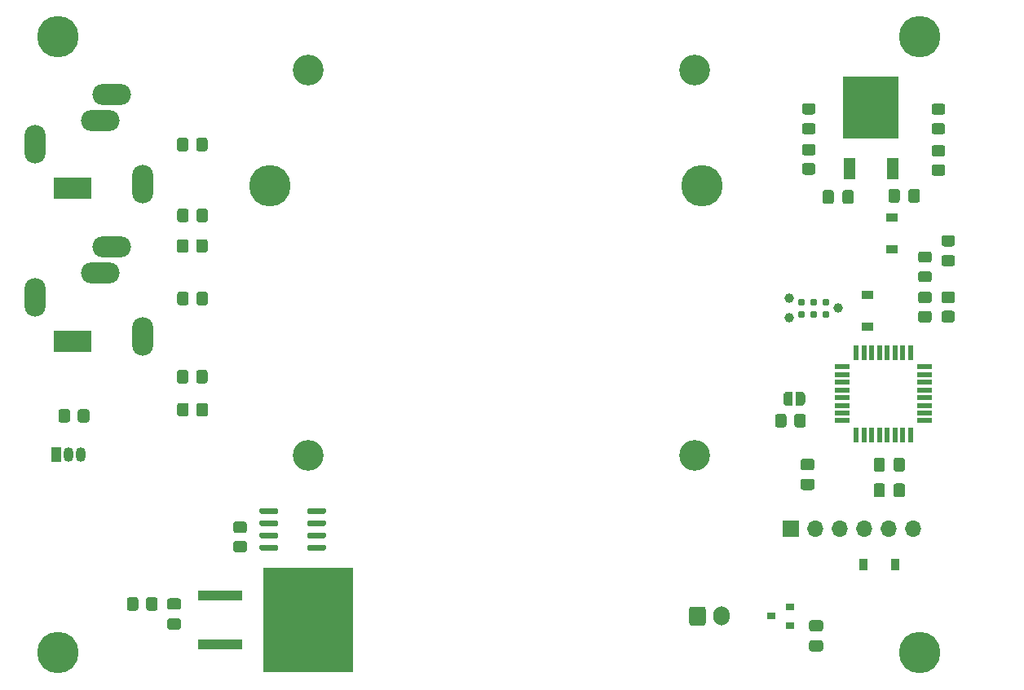
<source format=gbr>
%TF.GenerationSoftware,KiCad,Pcbnew,5.1.12-84ad8e8a86~92~ubuntu20.04.1*%
%TF.CreationDate,2021-11-15T21:49:07+01:00*%
%TF.ProjectId,incubator_bottom,696e6375-6261-4746-9f72-5f626f74746f,rev?*%
%TF.SameCoordinates,Original*%
%TF.FileFunction,Soldermask,Top*%
%TF.FilePolarity,Negative*%
%FSLAX46Y46*%
G04 Gerber Fmt 4.6, Leading zero omitted, Abs format (unit mm)*
G04 Created by KiCad (PCBNEW 5.1.12-84ad8e8a86~92~ubuntu20.04.1) date 2021-11-15 21:49:07*
%MOMM*%
%LPD*%
G01*
G04 APERTURE LIST*
%ADD10C,4.300000*%
%ADD11R,5.800000X6.400000*%
%ADD12R,1.200000X2.200000*%
%ADD13R,1.200000X0.900000*%
%ADD14C,3.200000*%
%ADD15O,1.700000X1.700000*%
%ADD16R,1.700000X1.700000*%
%ADD17R,0.900000X1.200000*%
%ADD18C,0.990600*%
%ADD19C,0.787400*%
%ADD20R,4.000000X2.200000*%
%ADD21O,2.200000X4.000000*%
%ADD22O,4.000000X2.200000*%
%ADD23C,0.100000*%
%ADD24R,0.900000X0.800000*%
%ADD25O,1.050000X1.500000*%
%ADD26R,1.050000X1.500000*%
%ADD27R,0.550000X1.600000*%
%ADD28R,1.600000X0.550000*%
%ADD29O,1.700000X2.000000*%
%ADD30R,4.600000X1.100000*%
%ADD31R,9.400000X10.800000*%
G04 APERTURE END LIST*
D10*
%TO.C,H4*%
X94742000Y5080000D03*
%TD*%
%TO.C,H3*%
X94742000Y69088000D03*
%TD*%
%TO.C,H2*%
X5207000Y5080000D03*
%TD*%
%TO.C,H1*%
X5207000Y69088000D03*
%TD*%
%TO.C,R2*%
G36*
G01*
X97097001Y56661000D02*
X96196999Y56661000D01*
G75*
G02*
X95947000Y56910999I0J249999D01*
G01*
X95947000Y57611001D01*
G75*
G02*
X96196999Y57861000I249999J0D01*
G01*
X97097001Y57861000D01*
G75*
G02*
X97347000Y57611001I0J-249999D01*
G01*
X97347000Y56910999D01*
G75*
G02*
X97097001Y56661000I-249999J0D01*
G01*
G37*
G36*
G01*
X97097001Y54661000D02*
X96196999Y54661000D01*
G75*
G02*
X95947000Y54910999I0J249999D01*
G01*
X95947000Y55611001D01*
G75*
G02*
X96196999Y55861000I249999J0D01*
G01*
X97097001Y55861000D01*
G75*
G02*
X97347000Y55611001I0J-249999D01*
G01*
X97347000Y54910999D01*
G75*
G02*
X97097001Y54661000I-249999J0D01*
G01*
G37*
%TD*%
%TO.C,R1*%
G36*
G01*
X83635001Y56772000D02*
X82734999Y56772000D01*
G75*
G02*
X82485000Y57021999I0J249999D01*
G01*
X82485000Y57722001D01*
G75*
G02*
X82734999Y57972000I249999J0D01*
G01*
X83635001Y57972000D01*
G75*
G02*
X83885000Y57722001I0J-249999D01*
G01*
X83885000Y57021999D01*
G75*
G02*
X83635001Y56772000I-249999J0D01*
G01*
G37*
G36*
G01*
X83635001Y54772000D02*
X82734999Y54772000D01*
G75*
G02*
X82485000Y55021999I0J249999D01*
G01*
X82485000Y55722001D01*
G75*
G02*
X82734999Y55972000I249999J0D01*
G01*
X83635001Y55972000D01*
G75*
G02*
X83885000Y55722001I0J-249999D01*
G01*
X83885000Y55021999D01*
G75*
G02*
X83635001Y54772000I-249999J0D01*
G01*
G37*
%TD*%
%TO.C,D5*%
G36*
G01*
X96196999Y60120000D02*
X97097001Y60120000D01*
G75*
G02*
X97347000Y59870001I0J-249999D01*
G01*
X97347000Y59219999D01*
G75*
G02*
X97097001Y58970000I-249999J0D01*
G01*
X96196999Y58970000D01*
G75*
G02*
X95947000Y59219999I0J249999D01*
G01*
X95947000Y59870001D01*
G75*
G02*
X96196999Y60120000I249999J0D01*
G01*
G37*
G36*
G01*
X96196999Y62170000D02*
X97097001Y62170000D01*
G75*
G02*
X97347000Y61920001I0J-249999D01*
G01*
X97347000Y61269999D01*
G75*
G02*
X97097001Y61020000I-249999J0D01*
G01*
X96196999Y61020000D01*
G75*
G02*
X95947000Y61269999I0J249999D01*
G01*
X95947000Y61920001D01*
G75*
G02*
X96196999Y62170000I249999J0D01*
G01*
G37*
%TD*%
%TO.C,D4*%
G36*
G01*
X82734999Y60138000D02*
X83635001Y60138000D01*
G75*
G02*
X83885000Y59888001I0J-249999D01*
G01*
X83885000Y59237999D01*
G75*
G02*
X83635001Y58988000I-249999J0D01*
G01*
X82734999Y58988000D01*
G75*
G02*
X82485000Y59237999I0J249999D01*
G01*
X82485000Y59888001D01*
G75*
G02*
X82734999Y60138000I249999J0D01*
G01*
G37*
G36*
G01*
X82734999Y62188000D02*
X83635001Y62188000D01*
G75*
G02*
X83885000Y61938001I0J-249999D01*
G01*
X83885000Y61287999D01*
G75*
G02*
X83635001Y61038000I-249999J0D01*
G01*
X82734999Y61038000D01*
G75*
G02*
X82485000Y61287999I0J249999D01*
G01*
X82485000Y61938001D01*
G75*
G02*
X82734999Y62188000I249999J0D01*
G01*
G37*
%TD*%
%TO.C,R7*%
X72057000Y53653000D03*
X27257000Y53653000D03*
%TD*%
%TO.C,C7*%
G36*
G01*
X93541000Y52103000D02*
X93541000Y53053000D01*
G75*
G02*
X93791000Y53303000I250000J0D01*
G01*
X94466000Y53303000D01*
G75*
G02*
X94716000Y53053000I0J-250000D01*
G01*
X94716000Y52103000D01*
G75*
G02*
X94466000Y51853000I-250000J0D01*
G01*
X93791000Y51853000D01*
G75*
G02*
X93541000Y52103000I0J250000D01*
G01*
G37*
G36*
G01*
X91466000Y52103000D02*
X91466000Y53053000D01*
G75*
G02*
X91716000Y53303000I250000J0D01*
G01*
X92391000Y53303000D01*
G75*
G02*
X92641000Y53053000I0J-250000D01*
G01*
X92641000Y52103000D01*
G75*
G02*
X92391000Y51853000I-250000J0D01*
G01*
X91716000Y51853000D01*
G75*
G02*
X91466000Y52103000I0J250000D01*
G01*
G37*
%TD*%
%TO.C,C6*%
G36*
G01*
X85783000Y52926000D02*
X85783000Y51976000D01*
G75*
G02*
X85533000Y51726000I-250000J0D01*
G01*
X84858000Y51726000D01*
G75*
G02*
X84608000Y51976000I0J250000D01*
G01*
X84608000Y52926000D01*
G75*
G02*
X84858000Y53176000I250000J0D01*
G01*
X85533000Y53176000D01*
G75*
G02*
X85783000Y52926000I0J-250000D01*
G01*
G37*
G36*
G01*
X87858000Y52926000D02*
X87858000Y51976000D01*
G75*
G02*
X87608000Y51726000I-250000J0D01*
G01*
X86933000Y51726000D01*
G75*
G02*
X86683000Y51976000I0J250000D01*
G01*
X86683000Y52926000D01*
G75*
G02*
X86933000Y53176000I250000J0D01*
G01*
X87608000Y53176000D01*
G75*
G02*
X87858000Y52926000I0J-250000D01*
G01*
G37*
%TD*%
D11*
%TO.C,U5*%
X89661000Y61746000D03*
D12*
X91941000Y55446000D03*
X87381000Y55446000D03*
%TD*%
D13*
%TO.C,D3*%
X91821000Y50291000D03*
X91821000Y46991000D03*
%TD*%
D14*
%TO.C,H8*%
X71298000Y25603000D03*
%TD*%
%TO.C,H7*%
X71298000Y65659000D03*
%TD*%
%TO.C,H6*%
X31242000Y25603000D03*
%TD*%
%TO.C,H5*%
X31242000Y65659000D03*
%TD*%
D15*
%TO.C,J8*%
X94038000Y17968000D03*
X91498000Y17968000D03*
X88958000Y17968000D03*
X86418000Y17968000D03*
X83878000Y17968000D03*
D16*
X81338000Y17968000D03*
%TD*%
D17*
%TO.C,D2*%
X88901000Y14224000D03*
X92201000Y14224000D03*
%TD*%
%TO.C,C5*%
G36*
G01*
X82583000Y23172000D02*
X83533000Y23172000D01*
G75*
G02*
X83783000Y22922000I0J-250000D01*
G01*
X83783000Y22247000D01*
G75*
G02*
X83533000Y21997000I-250000J0D01*
G01*
X82583000Y21997000D01*
G75*
G02*
X82333000Y22247000I0J250000D01*
G01*
X82333000Y22922000D01*
G75*
G02*
X82583000Y23172000I250000J0D01*
G01*
G37*
G36*
G01*
X82583000Y25247000D02*
X83533000Y25247000D01*
G75*
G02*
X83783000Y24997000I0J-250000D01*
G01*
X83783000Y24322000D01*
G75*
G02*
X83533000Y24072000I-250000J0D01*
G01*
X82583000Y24072000D01*
G75*
G02*
X82333000Y24322000I0J250000D01*
G01*
X82333000Y24997000D01*
G75*
G02*
X82583000Y25247000I250000J0D01*
G01*
G37*
%TD*%
%TO.C,C3*%
G36*
G01*
X83472000Y6408000D02*
X84422000Y6408000D01*
G75*
G02*
X84672000Y6158000I0J-250000D01*
G01*
X84672000Y5483000D01*
G75*
G02*
X84422000Y5233000I-250000J0D01*
G01*
X83472000Y5233000D01*
G75*
G02*
X83222000Y5483000I0J250000D01*
G01*
X83222000Y6158000D01*
G75*
G02*
X83472000Y6408000I250000J0D01*
G01*
G37*
G36*
G01*
X83472000Y8483000D02*
X84422000Y8483000D01*
G75*
G02*
X84672000Y8233000I0J-250000D01*
G01*
X84672000Y7558000D01*
G75*
G02*
X84422000Y7308000I-250000J0D01*
G01*
X83472000Y7308000D01*
G75*
G02*
X83222000Y7558000I0J250000D01*
G01*
X83222000Y8233000D01*
G75*
G02*
X83472000Y8483000I250000J0D01*
G01*
G37*
%TD*%
%TO.C,C1*%
G36*
G01*
X91095500Y22446000D02*
X91095500Y21496000D01*
G75*
G02*
X90845500Y21246000I-250000J0D01*
G01*
X90170500Y21246000D01*
G75*
G02*
X89920500Y21496000I0J250000D01*
G01*
X89920500Y22446000D01*
G75*
G02*
X90170500Y22696000I250000J0D01*
G01*
X90845500Y22696000D01*
G75*
G02*
X91095500Y22446000I0J-250000D01*
G01*
G37*
G36*
G01*
X93170500Y22446000D02*
X93170500Y21496000D01*
G75*
G02*
X92920500Y21246000I-250000J0D01*
G01*
X92245500Y21246000D01*
G75*
G02*
X91995500Y21496000I0J250000D01*
G01*
X91995500Y22446000D01*
G75*
G02*
X92245500Y22696000I250000J0D01*
G01*
X92920500Y22696000D01*
G75*
G02*
X93170500Y22446000I0J-250000D01*
G01*
G37*
%TD*%
%TO.C,C2*%
G36*
G01*
X93170500Y25113000D02*
X93170500Y24163000D01*
G75*
G02*
X92920500Y23913000I-250000J0D01*
G01*
X92245500Y23913000D01*
G75*
G02*
X91995500Y24163000I0J250000D01*
G01*
X91995500Y25113000D01*
G75*
G02*
X92245500Y25363000I250000J0D01*
G01*
X92920500Y25363000D01*
G75*
G02*
X93170500Y25113000I0J-250000D01*
G01*
G37*
G36*
G01*
X91095500Y25113000D02*
X91095500Y24163000D01*
G75*
G02*
X90845500Y23913000I-250000J0D01*
G01*
X90170500Y23913000D01*
G75*
G02*
X89920500Y24163000I0J250000D01*
G01*
X89920500Y25113000D01*
G75*
G02*
X90170500Y25363000I250000J0D01*
G01*
X90845500Y25363000D01*
G75*
G02*
X91095500Y25113000I0J-250000D01*
G01*
G37*
%TD*%
D13*
%TO.C,D1*%
X89281000Y42290000D03*
X89281000Y38990000D03*
%TD*%
D18*
%TO.C,J2*%
X81153000Y39878000D03*
X81153000Y41910000D03*
X86233000Y40894000D03*
D19*
X84963000Y41529000D03*
X84963000Y40259000D03*
X83693000Y41529000D03*
X83693000Y40259000D03*
X82423000Y41529000D03*
X82423000Y40259000D03*
%TD*%
D20*
%TO.C,J5*%
X6731000Y37465000D03*
D21*
X14031000Y37965000D03*
D22*
X9631000Y44565000D03*
X10831000Y47265000D03*
D21*
X2831000Y42065000D03*
%TD*%
%TO.C,J6*%
X2831000Y57940000D03*
D22*
X10831000Y63140000D03*
X9631000Y60440000D03*
D21*
X14031000Y53840000D03*
D20*
X6731000Y53340000D03*
%TD*%
D23*
%TO.C,JP1*%
G36*
X81826000Y32246000D02*
G01*
X82326000Y32246000D01*
X82326000Y32245398D01*
X82350534Y32245398D01*
X82399365Y32240588D01*
X82447490Y32231016D01*
X82494445Y32216772D01*
X82539778Y32197995D01*
X82583051Y32174864D01*
X82623850Y32147604D01*
X82661779Y32116476D01*
X82696476Y32081779D01*
X82727604Y32043850D01*
X82754864Y32003051D01*
X82777995Y31959778D01*
X82796772Y31914445D01*
X82811016Y31867490D01*
X82820588Y31819365D01*
X82825398Y31770534D01*
X82825398Y31746000D01*
X82826000Y31746000D01*
X82826000Y31246000D01*
X82825398Y31246000D01*
X82825398Y31221466D01*
X82820588Y31172635D01*
X82811016Y31124510D01*
X82796772Y31077555D01*
X82777995Y31032222D01*
X82754864Y30988949D01*
X82727604Y30948150D01*
X82696476Y30910221D01*
X82661779Y30875524D01*
X82623850Y30844396D01*
X82583051Y30817136D01*
X82539778Y30794005D01*
X82494445Y30775228D01*
X82447490Y30760984D01*
X82399365Y30751412D01*
X82350534Y30746602D01*
X82326000Y30746602D01*
X82326000Y30746000D01*
X81826000Y30746000D01*
X81826000Y32246000D01*
G37*
G36*
X81026000Y30746602D02*
G01*
X81001466Y30746602D01*
X80952635Y30751412D01*
X80904510Y30760984D01*
X80857555Y30775228D01*
X80812222Y30794005D01*
X80768949Y30817136D01*
X80728150Y30844396D01*
X80690221Y30875524D01*
X80655524Y30910221D01*
X80624396Y30948150D01*
X80597136Y30988949D01*
X80574005Y31032222D01*
X80555228Y31077555D01*
X80540984Y31124510D01*
X80531412Y31172635D01*
X80526602Y31221466D01*
X80526602Y31246000D01*
X80526000Y31246000D01*
X80526000Y31746000D01*
X80526602Y31746000D01*
X80526602Y31770534D01*
X80531412Y31819365D01*
X80540984Y31867490D01*
X80555228Y31914445D01*
X80574005Y31959778D01*
X80597136Y32003051D01*
X80624396Y32043850D01*
X80655524Y32081779D01*
X80690221Y32116476D01*
X80728150Y32147604D01*
X80768949Y32174864D01*
X80812222Y32197995D01*
X80857555Y32216772D01*
X80904510Y32231016D01*
X80952635Y32240588D01*
X81001466Y32245398D01*
X81026000Y32245398D01*
X81026000Y32246000D01*
X81526000Y32246000D01*
X81526000Y30746000D01*
X81026000Y30746000D01*
X81026000Y30746602D01*
G37*
%TD*%
D24*
%TO.C,Q1*%
X81264000Y7940000D03*
X81264000Y9840000D03*
X79264000Y8890000D03*
%TD*%
%TO.C,R3*%
G36*
G01*
X19593000Y29902999D02*
X19593000Y30803001D01*
G75*
G02*
X19842999Y31053000I249999J0D01*
G01*
X20543001Y31053000D01*
G75*
G02*
X20793000Y30803001I0J-249999D01*
G01*
X20793000Y29902999D01*
G75*
G02*
X20543001Y29653000I-249999J0D01*
G01*
X19842999Y29653000D01*
G75*
G02*
X19593000Y29902999I0J249999D01*
G01*
G37*
G36*
G01*
X17593000Y29902999D02*
X17593000Y30803001D01*
G75*
G02*
X17842999Y31053000I249999J0D01*
G01*
X18543001Y31053000D01*
G75*
G02*
X18793000Y30803001I0J-249999D01*
G01*
X18793000Y29902999D01*
G75*
G02*
X18543001Y29653000I-249999J0D01*
G01*
X17842999Y29653000D01*
G75*
G02*
X17593000Y29902999I0J249999D01*
G01*
G37*
%TD*%
%TO.C,R4*%
G36*
G01*
X23679999Y18729000D02*
X24580001Y18729000D01*
G75*
G02*
X24830000Y18479001I0J-249999D01*
G01*
X24830000Y17778999D01*
G75*
G02*
X24580001Y17529000I-249999J0D01*
G01*
X23679999Y17529000D01*
G75*
G02*
X23430000Y17778999I0J249999D01*
G01*
X23430000Y18479001D01*
G75*
G02*
X23679999Y18729000I249999J0D01*
G01*
G37*
G36*
G01*
X23679999Y16729000D02*
X24580001Y16729000D01*
G75*
G02*
X24830000Y16479001I0J-249999D01*
G01*
X24830000Y15778999D01*
G75*
G02*
X24580001Y15529000I-249999J0D01*
G01*
X23679999Y15529000D01*
G75*
G02*
X23430000Y15778999I0J249999D01*
G01*
X23430000Y16479001D01*
G75*
G02*
X23679999Y16729000I249999J0D01*
G01*
G37*
%TD*%
%TO.C,R5*%
G36*
G01*
X20761000Y34232001D02*
X20761000Y33331999D01*
G75*
G02*
X20511001Y33082000I-249999J0D01*
G01*
X19810999Y33082000D01*
G75*
G02*
X19561000Y33331999I0J249999D01*
G01*
X19561000Y34232001D01*
G75*
G02*
X19810999Y34482000I249999J0D01*
G01*
X20511001Y34482000D01*
G75*
G02*
X20761000Y34232001I0J-249999D01*
G01*
G37*
G36*
G01*
X18761000Y34232001D02*
X18761000Y33331999D01*
G75*
G02*
X18511001Y33082000I-249999J0D01*
G01*
X17810999Y33082000D01*
G75*
G02*
X17561000Y33331999I0J249999D01*
G01*
X17561000Y34232001D01*
G75*
G02*
X17810999Y34482000I249999J0D01*
G01*
X18511001Y34482000D01*
G75*
G02*
X18761000Y34232001I0J-249999D01*
G01*
G37*
%TD*%
%TO.C,R6*%
G36*
G01*
X18793000Y42360001D02*
X18793000Y41459999D01*
G75*
G02*
X18543001Y41210000I-249999J0D01*
G01*
X17842999Y41210000D01*
G75*
G02*
X17593000Y41459999I0J249999D01*
G01*
X17593000Y42360001D01*
G75*
G02*
X17842999Y42610000I249999J0D01*
G01*
X18543001Y42610000D01*
G75*
G02*
X18793000Y42360001I0J-249999D01*
G01*
G37*
G36*
G01*
X20793000Y42360001D02*
X20793000Y41459999D01*
G75*
G02*
X20543001Y41210000I-249999J0D01*
G01*
X19842999Y41210000D01*
G75*
G02*
X19593000Y41459999I0J249999D01*
G01*
X19593000Y42360001D01*
G75*
G02*
X19842999Y42610000I249999J0D01*
G01*
X20543001Y42610000D01*
G75*
G02*
X20793000Y42360001I0J-249999D01*
G01*
G37*
%TD*%
%TO.C,R8*%
G36*
G01*
X19561000Y46920999D02*
X19561000Y47821001D01*
G75*
G02*
X19810999Y48071000I249999J0D01*
G01*
X20511001Y48071000D01*
G75*
G02*
X20761000Y47821001I0J-249999D01*
G01*
X20761000Y46920999D01*
G75*
G02*
X20511001Y46671000I-249999J0D01*
G01*
X19810999Y46671000D01*
G75*
G02*
X19561000Y46920999I0J249999D01*
G01*
G37*
G36*
G01*
X17561000Y46920999D02*
X17561000Y47821001D01*
G75*
G02*
X17810999Y48071000I249999J0D01*
G01*
X18511001Y48071000D01*
G75*
G02*
X18761000Y47821001I0J-249999D01*
G01*
X18761000Y46920999D01*
G75*
G02*
X18511001Y46671000I-249999J0D01*
G01*
X17810999Y46671000D01*
G75*
G02*
X17561000Y46920999I0J249999D01*
G01*
G37*
%TD*%
%TO.C,R9*%
G36*
G01*
X20793000Y50996001D02*
X20793000Y50095999D01*
G75*
G02*
X20543001Y49846000I-249999J0D01*
G01*
X19842999Y49846000D01*
G75*
G02*
X19593000Y50095999I0J249999D01*
G01*
X19593000Y50996001D01*
G75*
G02*
X19842999Y51246000I249999J0D01*
G01*
X20543001Y51246000D01*
G75*
G02*
X20793000Y50996001I0J-249999D01*
G01*
G37*
G36*
G01*
X18793000Y50996001D02*
X18793000Y50095999D01*
G75*
G02*
X18543001Y49846000I-249999J0D01*
G01*
X17842999Y49846000D01*
G75*
G02*
X17593000Y50095999I0J249999D01*
G01*
X17593000Y50996001D01*
G75*
G02*
X17842999Y51246000I249999J0D01*
G01*
X18543001Y51246000D01*
G75*
G02*
X18793000Y50996001I0J-249999D01*
G01*
G37*
%TD*%
%TO.C,R10*%
G36*
G01*
X18761000Y58362001D02*
X18761000Y57461999D01*
G75*
G02*
X18511001Y57212000I-249999J0D01*
G01*
X17810999Y57212000D01*
G75*
G02*
X17561000Y57461999I0J249999D01*
G01*
X17561000Y58362001D01*
G75*
G02*
X17810999Y58612000I249999J0D01*
G01*
X18511001Y58612000D01*
G75*
G02*
X18761000Y58362001I0J-249999D01*
G01*
G37*
G36*
G01*
X20761000Y58362001D02*
X20761000Y57461999D01*
G75*
G02*
X20511001Y57212000I-249999J0D01*
G01*
X19810999Y57212000D01*
G75*
G02*
X19561000Y57461999I0J249999D01*
G01*
X19561000Y58362001D01*
G75*
G02*
X19810999Y58612000I249999J0D01*
G01*
X20511001Y58612000D01*
G75*
G02*
X20761000Y58362001I0J-249999D01*
G01*
G37*
%TD*%
%TO.C,R11*%
G36*
G01*
X6474000Y30168001D02*
X6474000Y29267999D01*
G75*
G02*
X6224001Y29018000I-249999J0D01*
G01*
X5523999Y29018000D01*
G75*
G02*
X5274000Y29267999I0J249999D01*
G01*
X5274000Y30168001D01*
G75*
G02*
X5523999Y30418000I249999J0D01*
G01*
X6224001Y30418000D01*
G75*
G02*
X6474000Y30168001I0J-249999D01*
G01*
G37*
G36*
G01*
X8474000Y30168001D02*
X8474000Y29267999D01*
G75*
G02*
X8224001Y29018000I-249999J0D01*
G01*
X7523999Y29018000D01*
G75*
G02*
X7274000Y29267999I0J249999D01*
G01*
X7274000Y30168001D01*
G75*
G02*
X7523999Y30418000I249999J0D01*
G01*
X8224001Y30418000D01*
G75*
G02*
X8474000Y30168001I0J-249999D01*
G01*
G37*
%TD*%
%TO.C,R12*%
G36*
G01*
X79680000Y28759999D02*
X79680000Y29660001D01*
G75*
G02*
X79929999Y29910000I249999J0D01*
G01*
X80630001Y29910000D01*
G75*
G02*
X80880000Y29660001I0J-249999D01*
G01*
X80880000Y28759999D01*
G75*
G02*
X80630001Y28510000I-249999J0D01*
G01*
X79929999Y28510000D01*
G75*
G02*
X79680000Y28759999I0J249999D01*
G01*
G37*
G36*
G01*
X81680000Y28759999D02*
X81680000Y29660001D01*
G75*
G02*
X81929999Y29910000I249999J0D01*
G01*
X82630001Y29910000D01*
G75*
G02*
X82880000Y29660001I0J-249999D01*
G01*
X82880000Y28759999D01*
G75*
G02*
X82630001Y28510000I-249999J0D01*
G01*
X81929999Y28510000D01*
G75*
G02*
X81680000Y28759999I0J249999D01*
G01*
G37*
%TD*%
%TO.C,U1*%
G36*
G01*
X26141000Y19662000D02*
X26141000Y19962000D01*
G75*
G02*
X26291000Y20112000I150000J0D01*
G01*
X27941000Y20112000D01*
G75*
G02*
X28091000Y19962000I0J-150000D01*
G01*
X28091000Y19662000D01*
G75*
G02*
X27941000Y19512000I-150000J0D01*
G01*
X26291000Y19512000D01*
G75*
G02*
X26141000Y19662000I0J150000D01*
G01*
G37*
G36*
G01*
X26141000Y18392000D02*
X26141000Y18692000D01*
G75*
G02*
X26291000Y18842000I150000J0D01*
G01*
X27941000Y18842000D01*
G75*
G02*
X28091000Y18692000I0J-150000D01*
G01*
X28091000Y18392000D01*
G75*
G02*
X27941000Y18242000I-150000J0D01*
G01*
X26291000Y18242000D01*
G75*
G02*
X26141000Y18392000I0J150000D01*
G01*
G37*
G36*
G01*
X26141000Y17122000D02*
X26141000Y17422000D01*
G75*
G02*
X26291000Y17572000I150000J0D01*
G01*
X27941000Y17572000D01*
G75*
G02*
X28091000Y17422000I0J-150000D01*
G01*
X28091000Y17122000D01*
G75*
G02*
X27941000Y16972000I-150000J0D01*
G01*
X26291000Y16972000D01*
G75*
G02*
X26141000Y17122000I0J150000D01*
G01*
G37*
G36*
G01*
X26141000Y15852000D02*
X26141000Y16152000D01*
G75*
G02*
X26291000Y16302000I150000J0D01*
G01*
X27941000Y16302000D01*
G75*
G02*
X28091000Y16152000I0J-150000D01*
G01*
X28091000Y15852000D01*
G75*
G02*
X27941000Y15702000I-150000J0D01*
G01*
X26291000Y15702000D01*
G75*
G02*
X26141000Y15852000I0J150000D01*
G01*
G37*
G36*
G01*
X31091000Y15852000D02*
X31091000Y16152000D01*
G75*
G02*
X31241000Y16302000I150000J0D01*
G01*
X32891000Y16302000D01*
G75*
G02*
X33041000Y16152000I0J-150000D01*
G01*
X33041000Y15852000D01*
G75*
G02*
X32891000Y15702000I-150000J0D01*
G01*
X31241000Y15702000D01*
G75*
G02*
X31091000Y15852000I0J150000D01*
G01*
G37*
G36*
G01*
X31091000Y17122000D02*
X31091000Y17422000D01*
G75*
G02*
X31241000Y17572000I150000J0D01*
G01*
X32891000Y17572000D01*
G75*
G02*
X33041000Y17422000I0J-150000D01*
G01*
X33041000Y17122000D01*
G75*
G02*
X32891000Y16972000I-150000J0D01*
G01*
X31241000Y16972000D01*
G75*
G02*
X31091000Y17122000I0J150000D01*
G01*
G37*
G36*
G01*
X31091000Y18392000D02*
X31091000Y18692000D01*
G75*
G02*
X31241000Y18842000I150000J0D01*
G01*
X32891000Y18842000D01*
G75*
G02*
X33041000Y18692000I0J-150000D01*
G01*
X33041000Y18392000D01*
G75*
G02*
X32891000Y18242000I-150000J0D01*
G01*
X31241000Y18242000D01*
G75*
G02*
X31091000Y18392000I0J150000D01*
G01*
G37*
G36*
G01*
X31091000Y19662000D02*
X31091000Y19962000D01*
G75*
G02*
X31241000Y20112000I150000J0D01*
G01*
X32891000Y20112000D01*
G75*
G02*
X33041000Y19962000I0J-150000D01*
G01*
X33041000Y19662000D01*
G75*
G02*
X32891000Y19512000I-150000J0D01*
G01*
X31241000Y19512000D01*
G75*
G02*
X31091000Y19662000I0J150000D01*
G01*
G37*
%TD*%
D25*
%TO.C,U2*%
X6350000Y25654000D03*
X7620000Y25654000D03*
D26*
X5080000Y25654000D03*
%TD*%
D27*
%TO.C,U3*%
X88132000Y27754000D03*
X88932000Y27754000D03*
X89732000Y27754000D03*
X90532000Y27754000D03*
X91332000Y27754000D03*
X92132000Y27754000D03*
X92932000Y27754000D03*
X93732000Y27754000D03*
D28*
X95182000Y29204000D03*
X95182000Y30004000D03*
X95182000Y30804000D03*
X95182000Y31604000D03*
X95182000Y32404000D03*
X95182000Y33204000D03*
X95182000Y34004000D03*
X95182000Y34804000D03*
D27*
X93732000Y36254000D03*
X92932000Y36254000D03*
X92132000Y36254000D03*
X91332000Y36254000D03*
X90532000Y36254000D03*
X89732000Y36254000D03*
X88932000Y36254000D03*
X88132000Y36254000D03*
D28*
X86682000Y34804000D03*
X86682000Y34004000D03*
X86682000Y33204000D03*
X86682000Y32404000D03*
X86682000Y31604000D03*
X86682000Y30804000D03*
X86682000Y30004000D03*
X86682000Y29204000D03*
%TD*%
%TO.C,J1*%
G36*
G01*
X70778000Y8140000D02*
X70778000Y9640000D01*
G75*
G02*
X71028000Y9890000I250000J0D01*
G01*
X72228000Y9890000D01*
G75*
G02*
X72478000Y9640000I0J-250000D01*
G01*
X72478000Y8140000D01*
G75*
G02*
X72228000Y7890000I-250000J0D01*
G01*
X71028000Y7890000D01*
G75*
G02*
X70778000Y8140000I0J250000D01*
G01*
G37*
D29*
X74128000Y8890000D03*
%TD*%
%TO.C,C4*%
G36*
G01*
X16797000Y10747500D02*
X17747000Y10747500D01*
G75*
G02*
X17997000Y10497500I0J-250000D01*
G01*
X17997000Y9822500D01*
G75*
G02*
X17747000Y9572500I-250000J0D01*
G01*
X16797000Y9572500D01*
G75*
G02*
X16547000Y9822500I0J250000D01*
G01*
X16547000Y10497500D01*
G75*
G02*
X16797000Y10747500I250000J0D01*
G01*
G37*
G36*
G01*
X16797000Y8672500D02*
X17747000Y8672500D01*
G75*
G02*
X17997000Y8422500I0J-250000D01*
G01*
X17997000Y7747500D01*
G75*
G02*
X17747000Y7497500I-250000J0D01*
G01*
X16797000Y7497500D01*
G75*
G02*
X16547000Y7747500I0J250000D01*
G01*
X16547000Y8422500D01*
G75*
G02*
X16797000Y8672500I250000J0D01*
G01*
G37*
%TD*%
D30*
%TO.C,Q2*%
X22038000Y11049000D03*
X22038000Y5969000D03*
D31*
X31188000Y8509000D03*
%TD*%
%TO.C,R13*%
G36*
G01*
X15570000Y10610001D02*
X15570000Y9709999D01*
G75*
G02*
X15320001Y9460000I-249999J0D01*
G01*
X14619999Y9460000D01*
G75*
G02*
X14370000Y9709999I0J249999D01*
G01*
X14370000Y10610001D01*
G75*
G02*
X14619999Y10860000I249999J0D01*
G01*
X15320001Y10860000D01*
G75*
G02*
X15570000Y10610001I0J-249999D01*
G01*
G37*
G36*
G01*
X13570000Y10610001D02*
X13570000Y9709999D01*
G75*
G02*
X13320001Y9460000I-249999J0D01*
G01*
X12619999Y9460000D01*
G75*
G02*
X12370000Y9709999I0J249999D01*
G01*
X12370000Y10610001D01*
G75*
G02*
X12619999Y10860000I249999J0D01*
G01*
X13320001Y10860000D01*
G75*
G02*
X13570000Y10610001I0J-249999D01*
G01*
G37*
%TD*%
%TO.C,D6*%
G36*
G01*
X94799999Y44753000D02*
X95700001Y44753000D01*
G75*
G02*
X95950000Y44503001I0J-249999D01*
G01*
X95950000Y43852999D01*
G75*
G02*
X95700001Y43603000I-249999J0D01*
G01*
X94799999Y43603000D01*
G75*
G02*
X94550000Y43852999I0J249999D01*
G01*
X94550000Y44503001D01*
G75*
G02*
X94799999Y44753000I249999J0D01*
G01*
G37*
G36*
G01*
X94799999Y46803000D02*
X95700001Y46803000D01*
G75*
G02*
X95950000Y46553001I0J-249999D01*
G01*
X95950000Y45902999D01*
G75*
G02*
X95700001Y45653000I-249999J0D01*
G01*
X94799999Y45653000D01*
G75*
G02*
X94550000Y45902999I0J249999D01*
G01*
X94550000Y46553001D01*
G75*
G02*
X94799999Y46803000I249999J0D01*
G01*
G37*
%TD*%
%TO.C,D7*%
G36*
G01*
X97212999Y48472000D02*
X98113001Y48472000D01*
G75*
G02*
X98363000Y48222001I0J-249999D01*
G01*
X98363000Y47571999D01*
G75*
G02*
X98113001Y47322000I-249999J0D01*
G01*
X97212999Y47322000D01*
G75*
G02*
X96963000Y47571999I0J249999D01*
G01*
X96963000Y48222001D01*
G75*
G02*
X97212999Y48472000I249999J0D01*
G01*
G37*
G36*
G01*
X97212999Y46422000D02*
X98113001Y46422000D01*
G75*
G02*
X98363000Y46172001I0J-249999D01*
G01*
X98363000Y45521999D01*
G75*
G02*
X98113001Y45272000I-249999J0D01*
G01*
X97212999Y45272000D01*
G75*
G02*
X96963000Y45521999I0J249999D01*
G01*
X96963000Y46172001D01*
G75*
G02*
X97212999Y46422000I249999J0D01*
G01*
G37*
%TD*%
%TO.C,R14*%
G36*
G01*
X94799999Y40621000D02*
X95700001Y40621000D01*
G75*
G02*
X95950000Y40371001I0J-249999D01*
G01*
X95950000Y39670999D01*
G75*
G02*
X95700001Y39421000I-249999J0D01*
G01*
X94799999Y39421000D01*
G75*
G02*
X94550000Y39670999I0J249999D01*
G01*
X94550000Y40371001D01*
G75*
G02*
X94799999Y40621000I249999J0D01*
G01*
G37*
G36*
G01*
X94799999Y42621000D02*
X95700001Y42621000D01*
G75*
G02*
X95950000Y42371001I0J-249999D01*
G01*
X95950000Y41670999D01*
G75*
G02*
X95700001Y41421000I-249999J0D01*
G01*
X94799999Y41421000D01*
G75*
G02*
X94550000Y41670999I0J249999D01*
G01*
X94550000Y42371001D01*
G75*
G02*
X94799999Y42621000I249999J0D01*
G01*
G37*
%TD*%
%TO.C,R15*%
G36*
G01*
X97212999Y42637000D02*
X98113001Y42637000D01*
G75*
G02*
X98363000Y42387001I0J-249999D01*
G01*
X98363000Y41686999D01*
G75*
G02*
X98113001Y41437000I-249999J0D01*
G01*
X97212999Y41437000D01*
G75*
G02*
X96963000Y41686999I0J249999D01*
G01*
X96963000Y42387001D01*
G75*
G02*
X97212999Y42637000I249999J0D01*
G01*
G37*
G36*
G01*
X97212999Y40637000D02*
X98113001Y40637000D01*
G75*
G02*
X98363000Y40387001I0J-249999D01*
G01*
X98363000Y39686999D01*
G75*
G02*
X98113001Y39437000I-249999J0D01*
G01*
X97212999Y39437000D01*
G75*
G02*
X96963000Y39686999I0J249999D01*
G01*
X96963000Y40387001D01*
G75*
G02*
X97212999Y40637000I249999J0D01*
G01*
G37*
%TD*%
M02*

</source>
